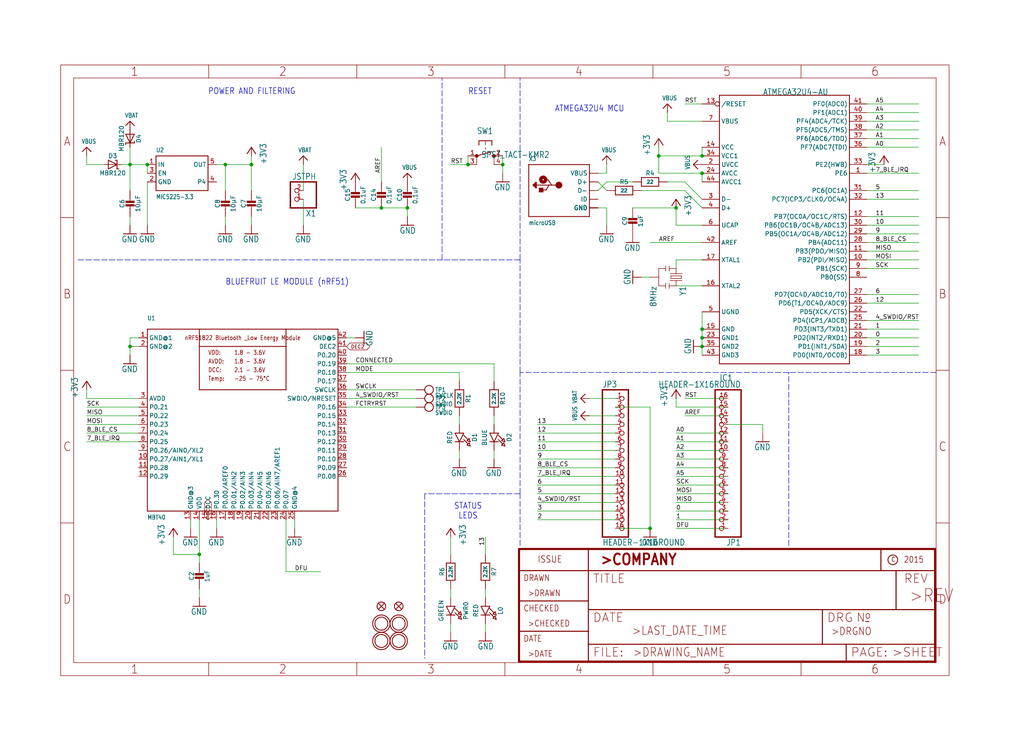
<source format=kicad_sch>
(kicad_sch (version 20211123) (generator eeschema)
  (paper "User" 300.076 217.881)
  (junction (at 205.74 101.6))
  (junction (at 190.5 154.94))
  (junction (at 205.74 45.72))
  (junction (at 119.38 60.96))
  (junction (at 73.66 48.26))
  (junction (at 205.74 96.52))
  (junction (at 205.74 50.8))
  (junction (at 111.76 60.96))
  (junction (at 38.1 48.26))
  (junction (at 43.18 48.26))
  (junction (at 38.1 101.6))
  (junction (at 198.12 60.96))
  (junction (at 137.16 48.26))
  (junction (at 147.32 48.26))
  (junction (at 205.74 99.06))
  (junction (at 66.04 48.26))
  (junction (at 58.42 162.56))
  (junction (at 193.04 45.72))
  (wire (pts (xy 25.4 48.26) (xy 30.48 48.26)))
  (wire (pts (xy 254 78.74) (xy 269.24 78.74)))
  (wire (pts (xy 205.74 50.8) (xy 193.04 50.8)))
  (wire (pts (xy 177.8 50.8) (xy 177.8 48.26)))
  (polyline (pts (xy 124.46 144.78) (xy 124.46 193.04)))
  (wire (pts (xy 269.24 99.06) (xy 254 99.06)))
  (wire (pts (xy 134.62 109.22) (xy 134.62 111.76)))
  (polyline (pts (xy 129.54 76.2) (xy 129.54 22.86)))
  (wire (pts (xy 193.04 45.72) (xy 205.74 45.72)))
  (wire (pts (xy 147.32 50.8) (xy 147.32 48.26)))
  (wire (pts (xy 198.12 76.2) (xy 205.74 76.2)))
  (wire (pts (xy 157.48 137.16) (xy 180.34 137.16)))
  (wire (pts (xy 254 40.64) (xy 269.24 40.64)))
  (wire (pts (xy 66.04 63.5) (xy 66.04 66.04)))
  (wire (pts (xy 198.12 139.7) (xy 213.36 139.7)))
  (wire (pts (xy 25.4 116.84) (xy 25.4 114.3)))
  (wire (pts (xy 254 76.2) (xy 269.24 76.2)))
  (wire (pts (xy 58.42 162.56) (xy 50.8 162.56)))
  (wire (pts (xy 205.74 101.6) (xy 205.74 104.14)))
  (wire (pts (xy 180.34 139.7) (xy 157.48 139.7)))
  (wire (pts (xy 73.66 48.26) (xy 73.66 45.72)))
  (wire (pts (xy 144.78 106.68) (xy 144.78 111.76)))
  (wire (pts (xy 175.26 53.34) (xy 177.8 55.88)))
  (wire (pts (xy 205.74 91.44) (xy 205.74 96.52)))
  (wire (pts (xy 111.76 53.34) (xy 111.76 43.18)))
  (wire (pts (xy 157.48 132.08) (xy 180.34 132.08)))
  (wire (pts (xy 213.36 137.16) (xy 198.12 137.16)))
  (wire (pts (xy 25.4 124.46) (xy 40.64 124.46)))
  (wire (pts (xy 205.74 99.06) (xy 205.74 101.6)))
  (polyline (pts (xy 152.4 144.78) (xy 124.46 144.78)))
  (wire (pts (xy 86.36 152.4) (xy 86.36 154.94)))
  (wire (pts (xy 142.24 172.72) (xy 142.24 175.26)))
  (polyline (pts (xy 152.4 160.02) (xy 152.4 144.78)))
  (wire (pts (xy 58.42 172.72) (xy 58.42 175.26)))
  (wire (pts (xy 180.34 134.62) (xy 157.48 134.62)))
  (wire (pts (xy 198.12 83.82) (xy 205.74 83.82)))
  (polyline (pts (xy 231.14 109.22) (xy 152.4 109.22)))
  (wire (pts (xy 205.74 66.04) (xy 198.12 66.04)))
  (wire (pts (xy 205.74 53.34) (xy 205.74 50.8)))
  (wire (pts (xy 83.82 152.4) (xy 83.82 167.64)))
  (wire (pts (xy 190.5 71.12) (xy 205.74 71.12)))
  (wire (pts (xy 25.4 45.72) (xy 25.4 48.26)))
  (wire (pts (xy 213.36 124.46) (xy 223.52 124.46)))
  (wire (pts (xy 88.9 66.04) (xy 88.9 58.42)))
  (wire (pts (xy 180.34 124.46) (xy 157.48 124.46)))
  (wire (pts (xy 254 88.9) (xy 269.24 88.9)))
  (wire (pts (xy 198.12 129.54) (xy 213.36 129.54)))
  (wire (pts (xy 254 43.18) (xy 269.24 43.18)))
  (wire (pts (xy 254 55.88) (xy 269.24 55.88)))
  (wire (pts (xy 43.18 53.34) (xy 43.18 66.04)))
  (wire (pts (xy 101.6 99.06) (xy 104.14 99.06)))
  (wire (pts (xy 198.12 60.96) (xy 185.42 60.96)))
  (wire (pts (xy 35.56 48.26) (xy 38.1 48.26)))
  (wire (pts (xy 193.04 50.8) (xy 193.04 45.72)))
  (wire (pts (xy 63.5 152.4) (xy 63.5 154.94)))
  (wire (pts (xy 180.34 144.78) (xy 157.48 144.78)))
  (polyline (pts (xy 152.4 144.78) (xy 152.4 109.22)))
  (wire (pts (xy 198.12 134.62) (xy 213.36 134.62)))
  (wire (pts (xy 198.12 119.38) (xy 213.36 119.38)))
  (wire (pts (xy 40.64 101.6) (xy 38.1 101.6)))
  (wire (pts (xy 40.64 99.06) (xy 38.1 99.06)))
  (wire (pts (xy 43.18 48.26) (xy 38.1 48.26)))
  (wire (pts (xy 200.66 121.92) (xy 213.36 121.92)))
  (wire (pts (xy 132.08 157.48) (xy 132.08 162.56)))
  (wire (pts (xy 157.48 142.24) (xy 180.34 142.24)))
  (wire (pts (xy 147.32 45.72) (xy 147.32 48.26)))
  (wire (pts (xy 134.62 121.92) (xy 134.62 124.46)))
  (wire (pts (xy 254 68.58) (xy 269.24 68.58)))
  (wire (pts (xy 177.8 53.34) (xy 185.42 53.34)))
  (wire (pts (xy 254 33.02) (xy 269.24 33.02)))
  (wire (pts (xy 101.6 119.38) (xy 121.92 119.38)))
  (wire (pts (xy 175.26 60.96) (xy 177.8 60.96)))
  (wire (pts (xy 177.8 60.96) (xy 177.8 66.04)))
  (wire (pts (xy 195.58 35.56) (xy 195.58 33.02)))
  (wire (pts (xy 213.36 127) (xy 198.12 127)))
  (wire (pts (xy 213.36 142.24) (xy 198.12 142.24)))
  (wire (pts (xy 157.48 147.32) (xy 180.34 147.32)))
  (wire (pts (xy 172.72 116.84) (xy 180.34 116.84)))
  (wire (pts (xy 180.34 129.54) (xy 157.48 129.54)))
  (wire (pts (xy 101.6 106.68) (xy 144.78 106.68)))
  (wire (pts (xy 254 63.5) (xy 269.24 63.5)))
  (wire (pts (xy 119.38 60.96) (xy 119.38 63.5)))
  (wire (pts (xy 172.72 121.92) (xy 180.34 121.92)))
  (wire (pts (xy 58.42 152.4) (xy 58.42 162.56)))
  (wire (pts (xy 142.24 182.88) (xy 142.24 185.42)))
  (wire (pts (xy 132.08 172.72) (xy 132.08 175.26)))
  (wire (pts (xy 38.1 43.18) (xy 38.1 48.26)))
  (wire (pts (xy 63.5 48.26) (xy 66.04 48.26)))
  (wire (pts (xy 43.18 48.26) (xy 43.18 50.8)))
  (wire (pts (xy 205.74 30.48) (xy 200.66 30.48)))
  (wire (pts (xy 200.66 55.88) (xy 205.74 60.96)))
  (wire (pts (xy 134.62 132.08) (xy 134.62 134.62)))
  (wire (pts (xy 213.36 116.84) (xy 200.66 116.84)))
  (wire (pts (xy 254 66.04) (xy 269.24 66.04)))
  (wire (pts (xy 38.1 101.6) (xy 38.1 104.14)))
  (wire (pts (xy 180.34 149.86) (xy 157.48 149.86)))
  (wire (pts (xy 187.96 81.28) (xy 190.5 81.28)))
  (wire (pts (xy 254 73.66) (xy 269.24 73.66)))
  (wire (pts (xy 190.5 154.94) (xy 180.34 154.94)))
  (wire (pts (xy 213.36 154.94) (xy 198.12 154.94)))
  (wire (pts (xy 190.5 119.38) (xy 190.5 154.94)))
  (wire (pts (xy 132.08 185.42) (xy 132.08 182.88)))
  (wire (pts (xy 101.6 109.22) (xy 134.62 109.22)))
  (wire (pts (xy 254 71.12) (xy 269.24 71.12)))
  (wire (pts (xy 25.4 129.54) (xy 40.64 129.54)))
  (wire (pts (xy 213.36 149.86) (xy 198.12 149.86)))
  (wire (pts (xy 254 104.14) (xy 269.24 104.14)))
  (wire (pts (xy 213.36 132.08) (xy 198.12 132.08)))
  (wire (pts (xy 50.8 162.56) (xy 50.8 157.48)))
  (wire (pts (xy 38.1 63.5) (xy 38.1 66.04)))
  (wire (pts (xy 180.34 119.38) (xy 190.5 119.38)))
  (polyline (pts (xy 22.86 76.2) (xy 129.54 76.2)))
  (wire (pts (xy 25.4 127) (xy 40.64 127)))
  (wire (pts (xy 198.12 116.84) (xy 198.12 119.38)))
  (wire (pts (xy 66.04 55.88) (xy 66.04 48.26)))
  (wire (pts (xy 187.96 55.88) (xy 200.66 55.88)))
  (wire (pts (xy 58.42 162.56) (xy 58.42 165.1)))
  (wire (pts (xy 213.36 144.78) (xy 198.12 144.78)))
  (wire (pts (xy 101.6 116.84) (xy 121.92 116.84)))
  (wire (pts (xy 137.16 48.26) (xy 137.16 45.72)))
  (wire (pts (xy 83.82 167.64) (xy 93.98 167.64)))
  (wire (pts (xy 175.26 55.88) (xy 177.8 53.34)))
  (wire (pts (xy 254 58.42) (xy 269.24 58.42)))
  (wire (pts (xy 254 93.98) (xy 269.24 93.98)))
  (wire (pts (xy 198.12 147.32) (xy 213.36 147.32)))
  (polyline (pts (xy 152.4 76.2) (xy 152.4 22.86)))
  (wire (pts (xy 223.52 124.46) (xy 223.52 127)))
  (wire (pts (xy 195.58 53.34) (xy 200.66 53.34)))
  (wire (pts (xy 205.74 96.52) (xy 205.74 99.06)))
  (wire (pts (xy 254 50.8) (xy 269.24 50.8)))
  (polyline (pts (xy 231.14 160.02) (xy 231.14 109.22)))
  (wire (pts (xy 132.08 48.26) (xy 137.16 48.26)))
  (wire (pts (xy 144.78 121.92) (xy 144.78 124.46)))
  (wire (pts (xy 198.12 66.04) (xy 198.12 60.96)))
  (wire (pts (xy 111.76 60.96) (xy 104.14 60.96)))
  (wire (pts (xy 193.04 45.72) (xy 193.04 43.18)))
  (wire (pts (xy 175.26 50.8) (xy 177.8 50.8)))
  (wire (pts (xy 254 35.56) (xy 269.24 35.56)))
  (wire (pts (xy 73.66 48.26) (xy 73.66 55.88)))
  (wire (pts (xy 25.4 121.92) (xy 40.64 121.92)))
  (wire (pts (xy 157.48 152.4) (xy 180.34 152.4)))
  (wire (pts (xy 40.64 116.84) (xy 25.4 116.84)))
  (wire (pts (xy 144.78 132.08) (xy 144.78 134.62)))
  (wire (pts (xy 205.74 35.56) (xy 195.58 35.56)))
  (wire (pts (xy 205.74 45.72) (xy 205.74 43.18)))
  (wire (pts (xy 101.6 114.3) (xy 121.92 114.3)))
  (wire (pts (xy 198.12 76.2) (xy 198.12 78.74)))
  (wire (pts (xy 55.88 152.4) (xy 55.88 154.94)))
  (wire (pts (xy 200.66 53.34) (xy 205.74 58.42)))
  (polyline (pts (xy 152.4 109.22) (xy 152.4 76.2)))
  (wire (pts (xy 254 101.6) (xy 269.24 101.6)))
  (wire (pts (xy 25.4 119.38) (xy 40.64 119.38)))
  (wire (pts (xy 38.1 48.26) (xy 38.1 55.88)))
  (wire (pts (xy 254 86.36) (xy 269.24 86.36)))
  (polyline (pts (xy 152.4 76.2) (xy 129.54 76.2)))
  (wire (pts (xy 198.12 152.4) (xy 213.36 152.4)))
  (wire (pts (xy 88.9 48.26) (xy 88.9 55.88)))
  (wire (pts (xy 73.66 63.5) (xy 73.66 66.04)))
  (wire (pts (xy 119.38 60.96) (xy 111.76 60.96)))
  (wire (pts (xy 38.1 99.06) (xy 38.1 101.6)))
  (wire (pts (xy 254 96.52) (xy 269.24 96.52)))
  (wire (pts (xy 157.48 127) (xy 180.34 127)))
  (wire (pts (xy 254 38.1) (xy 269.24 38.1)))
  (wire (pts (xy 66.04 48.26) (xy 73.66 48.26)))
  (wire (pts (xy 254 30.48) (xy 269.24 30.48)))
  (polyline (pts (xy 274.32 109.22) (xy 231.14 109.22)))
  (wire (pts (xy 142.24 162.56) (xy 142.24 157.48)))
  (wire (pts (xy 254 48.26) (xy 259.08 48.26)))
  (text "ATMEGA32U4 MCU" (at 162.56 33.02 180) (effects (font (size 1.778 1.5113)) (justify left bottom)))
  (text "RESET" (at 137.16 27.94 180) (effects (font (size 1.778 1.5113)) (justify left bottom)))
  (text "STATUS\nLEDS" (at 137.16 152.4 180) (effects (font (size 1.778 1.5113)) (justify bottom)))
  (text "POWER AND FILTERING" (at 60.96 27.94 180) (effects (font (size 1.778 1.5113)) (justify left bottom)))
  (text "BLUEFRUIT LE MODULE (nRF51)" (at 66.04 83.82 180) (effects (font (size 1.778 1.5113)) (justify left bottom)))
  (label "5" (at 256.54 55.88 0) (effects (font (size 1.2446 1.2446))))
  (label "FCTRYRST" (at 104.14 119.38 0) (effects (font (size 1.2446 1.2446))))
  (label "MISO" (at 256.54 73.66 0) (effects (font (size 1.2446 1.2446))))
  (label "7_BLE_IRQ" (at 256.54 50.8 0) (effects (font (size 1.2446 1.2446))))
  (label "8_BLE_CS" (at 157.48 137.16 0) (effects (font (size 1.2446 1.2446))))
  (label "SWCLK" (at 104.14 114.3 0) (effects (font (size 1.2446 1.2446))))
  (label "DFU" (at 198.12 154.94 0) (effects (font (size 1.2446 1.2446))))
  (label "0" (at 198.12 149.86 0) (effects (font (size 1.2446 1.2446))))
  (label "AREF" (at 193.04 71.12 0) (effects (font (size 1.2446 1.2446))))
  (label "4_SWDIO/RST" (at 256.54 93.98 0) (effects (font (size 1.2446 1.2446))))
  (label "1" (at 198.12 152.4 0) (effects (font (size 1.2446 1.2446))))
  (label "13" (at 256.54 58.42 0) (effects (font (size 1.2446 1.2446))))
  (label "13" (at 142.24 157.48 270) (effects (font (size 1.2446 1.2446))))
  (label "5" (at 157.48 144.78 0) (effects (font (size 1.2446 1.2446))))
  (label "12" (at 256.54 88.9 0) (effects (font (size 1.2446 1.2446))))
  (label "AREF" (at 111.76 50.8 90) (effects (font (size 1.2446 1.2446))))
  (label "8_BLE_CS" (at 256.54 71.12 0) (effects (font (size 1.2446 1.2446))))
  (label "A3" (at 198.12 134.62 0) (effects (font (size 1.2446 1.2446))))
  (label "A4" (at 198.12 137.16 0) (effects (font (size 1.2446 1.2446))))
  (label "A2" (at 198.12 132.08 0) (effects (font (size 1.2446 1.2446))))
  (label "MODE" (at 104.14 109.22 0) (effects (font (size 1.2446 1.2446))))
  (label "1" (at 256.54 96.52 0) (effects (font (size 1.2446 1.2446))))
  (label "10" (at 256.54 66.04 0) (effects (font (size 1.2446 1.2446))))
  (label "4_SWDIO/RST" (at 157.48 147.32 0) (effects (font (size 1.2446 1.2446))))
  (label "A5" (at 198.12 139.7 0) (effects (font (size 1.2446 1.2446))))
  (label "MOSI" (at 25.4 124.46 0) (effects (font (size 1.2446 1.2446))))
  (label "A1" (at 198.12 129.54 0) (effects (font (size 1.2446 1.2446))))
  (label "A0" (at 256.54 43.18 0) (effects (font (size 1.2446 1.2446))))
  (label "0" (at 256.54 99.06 0) (effects (font (size 1.2446 1.2446))))
  (label "9" (at 256.54 68.58 0) (effects (font (size 1.2446 1.2446))))
  (label "MOSI" (at 198.12 144.78 0) (effects (font (size 1.2446 1.2446))))
  (label "A1" (at 256.54 40.64 0) (effects (font (size 1.2446 1.2446))))
  (label "A3" (at 256.54 35.56 0) (effects (font (size 1.2446 1.2446))))
  (label "A2" (at 256.54 38.1 0) (effects (font (size 1.2446 1.2446))))
  (label "SCK" (at 25.4 119.38 0) (effects (font (size 1.2446 1.2446))))
  (label "6" (at 256.54 86.36 0) (effects (font (size 1.2446 1.2446))))
  (label "SCK" (at 198.12 142.24 0) (effects (font (size 1.2446 1.2446))))
  (label "9" (at 157.48 134.62 0) (effects (font (size 1.2446 1.2446))))
  (label "12" (at 157.48 127 0) (effects (font (size 1.2446 1.2446))))
  (label "11" (at 157.48 129.54 0) (effects (font (size 1.2446 1.2446))))
  (label "DFU" (at 86.36 167.64 0) (effects (font (size 1.2446 1.2446))))
  (label "RST" (at 132.08 48.26 0) (effects (font (size 1.2446 1.2446))))
  (label "SCK" (at 256.54 78.74 0) (effects (font (size 1.2446 1.2446))))
  (label "10" (at 157.48 132.08 0) (effects (font (size 1.2446 1.2446))))
  (label "6" (at 157.48 142.24 0) (effects (font (size 1.2446 1.2446))))
  (label "3" (at 157.48 149.86 0) (effects (font (size 1.2446 1.2446))))
  (label "3" (at 256.54 104.14 0) (effects (font (size 1.2446 1.2446))))
  (label "4_SWDIO/RST" (at 104.14 116.84 0) (effects (font (size 1.2446 1.2446))))
  (label "8_BLE_CS" (at 25.4 127 0) (effects (font (size 1.2446 1.2446))))
  (label "2" (at 157.48 152.4 0) (effects (font (size 1.2446 1.2446))))
  (label "MISO" (at 198.12 147.32 0) (effects (font (size 1.2446 1.2446))))
  (label "CONNECTED" (at 104.14 106.68 0) (effects (font (size 1.2446 1.2446))))
  (label "A0" (at 198.12 127 0) (effects (font (size 1.2446 1.2446))))
  (label "2" (at 256.54 101.6 0) (effects (font (size 1.2446 1.2446))))
  (label "13" (at 157.48 124.46 0) (effects (font (size 1.2446 1.2446))))
  (label "11" (at 256.54 63.5 0) (effects (font (size 1.2446 1.2446))))
  (label "A5" (at 256.54 30.48 0) (effects (font (size 1.2446 1.2446))))
  (label "MOSI" (at 256.54 76.2 0) (effects (font (size 1.2446 1.2446))))
  (label "RST" (at 200.66 116.84 0) (effects (font (size 1.2446 1.2446))))
  (label "AREF" (at 200.66 121.92 0) (effects (font (size 1.2446 1.2446))))
  (label "7_BLE_IRQ" (at 25.4 129.54 0) (effects (font (size 1.2446 1.2446))))
  (label "RST" (at 200.66 30.48 0) (effects (font (size 1.2446 1.2446))))
  (label "A4" (at 256.54 33.02 0) (effects (font (size 1.2446 1.2446))))
  (label "MISO" (at 25.4 121.92 0) (effects (font (size 1.2446 1.2446))))
  (label "7_BLE_IRQ" (at 157.48 139.7 0) (effects (font (size 1.2446 1.2446))))
  (global_label "DEC2" (shape bidirectional) (at 101.6 101.6 0) (effects (font (size 1.016 1.016))) (property "Intersheet References" "${INTERSHEET_REFS}" (effects hide)))
  (global_label "DCC" (shape bidirectional) (at 60.96 152.4 90) (effects (font (size 1.016 1.016))) (property "Intersheet References" "${INTERSHEET_REFS}" (effects hide)))
  (symbol (lib_id "eagleSchem-eagle-import:CAP_CERAMIC0805-NOOUTLINE") (at 66.04 60.96 0) (unit 1)
    (property "Reference" "C8" (at 63.75 59.71 90))
    (property "Value" "10µF" (at 68.34 59.71 90))
    (property "Footprint" "eagleSchem:0805-NO" (effects hide))
  )
  (symbol (lib_id "eagleSchem-eagle-import:LED0805_NOOUTLINE") (at 142.24 180.34 270) (unit 1)
    (property "Reference" "L0" (at 146.685 179.07 0))
    (property "Value" "RED" (at 139.446 179.07 0))
    (property "Footprint" "eagleSchem:CHIPLED_0805_NOOUTLINE" (effects hide))
  )
  (symbol (lib_id "eagleSchem-eagle-import:GND") (at 38.1 68.58 0) (unit 1)
    (property "Reference" "#U$27" (effects hide))
    (property "Value" "GND" (at 35.56 71.12 0) (effects (font (size 1.778 1.5113)) (justify left bottom)))
    (property "Footprint" "eagleSchem:" (effects hide))
  )
  (symbol (lib_id "eagleSchem-eagle-import:FRAME_A4") (at 17.78 198.12 0) (unit 1)
    (property "Reference" "#FRAME1" (effects hide))
    (property "Value" "FRAME_A4" (effects hide))
    (property "Footprint" "eagleSchem:" (effects hide))
  )
  (symbol (lib_id "eagleSchem-eagle-import:CAP_CERAMIC0805-NOOUTLINE") (at 111.76 58.42 0) (unit 1)
    (property "Reference" "C14" (at 109.47 57.17 90))
    (property "Value" "0.1uF" (at 114.06 57.17 90))
    (property "Footprint" "eagleSchem:0805-NO" (effects hide))
  )
  (symbol (lib_id "eagleSchem-eagle-import:MOUNTINGHOLE2.5") (at 116.84 187.96 0) (unit 1)
    (property "Reference" "U$24" (effects hide))
    (property "Value" "MOUNTINGHOLE2.5" (effects hide))
    (property "Footprint" "eagleSchem:MOUNTINGHOLE_2.5_PLATED" (effects hide))
    (property "Value" "MOUNTINGHOLE2.5" (effects hide))
  )
  (symbol (lib_id "eagleSchem-eagle-import:GND") (at 147.32 53.34 0) (unit 1)
    (property "Reference" "#GND7" (effects hide))
    (property "Value" "GND" (at 144.78 55.88 0) (effects (font (size 1.778 1.5113)) (justify left bottom)))
    (property "Footprint" "eagleSchem:" (effects hide))
  )
  (symbol (lib_id "eagleSchem-eagle-import:FIDUCIAL{dblquote}{dblquote}") (at 111.76 177.8 0) (unit 1)
    (property "Reference" "U$35" (effects hide))
    (property "Value" "FIDUCIAL{dblquote}{dblquote}" (effects hide))
    (property "Footprint" "eagleSchem:FIDUCIAL_1MM" (effects hide))
  )
  (symbol (lib_id "eagleSchem-eagle-import:GND") (at 73.66 68.58 0) (unit 1)
    (property "Reference" "#U$28" (effects hide))
    (property "Value" "GND" (at 71.12 71.12 0) (effects (font (size 1.778 1.5113)) (justify left bottom)))
    (property "Footprint" "eagleSchem:" (effects hide))
  )
  (symbol (lib_id "eagleSchem-eagle-import:MOUNTINGHOLE2.5") (at 111.76 182.88 0) (unit 1)
    (property "Reference" "U$31" (effects hide))
    (property "Value" "MOUNTINGHOLE2.5" (effects hide))
    (property "Footprint" "eagleSchem:MOUNTINGHOLE_2.5_PLATED" (effects hide))
  )
  (symbol (lib_id "eagleSchem-eagle-import:CAP_CERAMIC_0805MP") (at 38.1 60.96 0) (unit 1)
    (property "Reference" "C6" (at 35.81 59.71 90))
    (property "Value" "10µF" (at 40.4 59.71 90))
    (property "Footprint" "eagleSchem:_0805MP" (effects hide))
  )
  (symbol (lib_id "eagleSchem-eagle-import:GND") (at 223.52 129.54 0) (unit 1)
    (property "Reference" "#GND4" (effects hide))
    (property "Value" "GND" (at 220.98 132.08 0) (effects (font (size 1.778 1.5113)) (justify left bottom)))
    (property "Footprint" "eagleSchem:" (effects hide))
  )
  (symbol (lib_id "eagleSchem-eagle-import:DIODE-SCHOTTKYSOD-123") (at 38.1 40.64 270) (unit 1)
    (property "Reference" "D4" (at 40.64 40.64 0))
    (property "Value" "MBR120" (at 35.6 40.64 0))
    (property "Footprint" "eagleSchem:SOD-123" (effects hide))
  )
  (symbol (lib_id "eagleSchem-eagle-import:HEADER-1X16ROUND") (at 210.82 137.16 180) (unit 1)
    (property "Reference" "JP1" (at 217.17 158.115 0) (effects (font (size 1.778 1.5113)) (justify left bottom)))
    (property "Value" "HEADER-1X16ROUND" (at 217.17 111.76 0) (effects (font (size 1.778 1.5113)) (justify left bottom)))
    (property "Footprint" "eagleSchem:1X16_ROUND" (effects hide))
  )
  (symbol (lib_id "eagleSchem-eagle-import:GND") (at 185.42 81.28 270) (unit 1)
    (property "Reference" "#GND6" (effects hide))
    (property "Value" "GND" (at 182.88 78.74 0) (effects (font (size 1.778 1.5113)) (justify left bottom)))
    (property "Footprint" "eagleSchem:" (effects hide))
  )
  (symbol (lib_id "eagleSchem-eagle-import:GND") (at 177.8 68.58 0) (unit 1)
    (property "Reference" "#GND1" (effects hide))
    (property "Value" "GND" (at 175.26 71.12 0) (effects (font (size 1.778 1.5113)) (justify left bottom)))
    (property "Footprint" "eagleSchem:" (effects hide))
  )
  (symbol (lib_id "eagleSchem-eagle-import:FIDUCIAL{dblquote}{dblquote}") (at 116.84 177.8 0) (unit 1)
    (property "Reference" "U$34" (effects hide))
    (property "Value" "FIDUCIAL{dblquote}{dblquote}" (effects hide))
    (property "Footprint" "eagleSchem:FIDUCIAL_1MM" (effects hide))
  )
  (symbol (lib_id "eagleSchem-eagle-import:GND") (at 142.24 187.96 0) (mirror y) (unit 1)
    (property "Reference" "#GND10" (effects hide))
    (property "Value" "GND" (at 144.78 190.5 0) (effects (font (size 1.778 1.5113)) (justify left bottom)))
    (property "Footprint" "eagleSchem:" (effects hide))
  )
  (symbol (lib_id "eagleSchem-eagle-import:VBAT") (at 88.9 45.72 0) (unit 1)
    (property "Reference" "#U$16" (effects hide))
    (property "Value" "VBAT" (at 87.376 44.704 0) (effects (font (size 1.27 1.0795)) (justify left bottom)))
    (property "Footprint" "eagleSchem:" (effects hide))
  )
  (symbol (lib_id "eagleSchem-eagle-import:VBAT") (at 170.18 116.84 90) (unit 1)
    (property "Reference" "#U$20" (effects hide))
    (property "Value" "VBAT" (at 169.164 118.364 0) (effects (font (size 1.27 1.0795)) (justify left bottom)))
    (property "Footprint" "eagleSchem:" (effects hide))
  )
  (symbol (lib_id "eagleSchem-eagle-import:VBUS") (at 25.4 43.18 0) (unit 1)
    (property "Reference" "#U$3" (effects hide))
    (property "Value" "VBUS" (at 23.876 42.164 0) (effects (font (size 1.27 1.0795)) (justify left bottom)))
    (property "Footprint" "eagleSchem:" (effects hide))
  )
  (symbol (lib_id "eagleSchem-eagle-import:DIODE-SCHOTTKYSOD-123") (at 33.02 48.26 0) (unit 1)
    (property "Reference" "D3" (at 33.02 45.72 0))
    (property "Value" "MBR120" (at 33.02 50.76 0))
    (property "Footprint" "eagleSchem:SOD-123" (effects hide))
  )
  (symbol (lib_id "eagleSchem-eagle-import:RESONATORSMD") (at 198.12 81.28 270) (unit 1)
    (property "Reference" "Y1" (at 199.136 83.82 0) (effects (font (size 1.778 1.5113)) (justify left bottom)))
    (property "Value" "8MHz" (at 190.5 83.82 0) (effects (font (size 1.778 1.5113)) (justify left bottom)))
    (property "Footprint" "eagleSchem:RESONATOR-SMD" (effects hide))
  )
  (symbol (lib_id "eagleSchem-eagle-import:MOUNTINGHOLE2.5") (at 116.84 182.88 0) (unit 1)
    (property "Reference" "U$32" (effects hide))
    (property "Value" "MOUNTINGHOLE2.5" (effects hide))
    (property "Footprint" "eagleSchem:MOUNTINGHOLE_2.5_PLATED" (effects hide))
  )
  (symbol (lib_id "eagleSchem-eagle-import:RESISTOR0805_NOOUTLINE") (at 190.5 53.34 0) (unit 1)
    (property "Reference" "R4" (at 190.5 50.8 0))
    (property "Value" "22" (at 190.5 53.34 0) (effects (font (size 1.016 1.016) bold)))
    (property "Footprint" "eagleSchem:0805-NO" (effects hide))
  )
  (symbol (lib_id "eagleSchem-eagle-import:CON_JST_PH_2PIN") (at 86.36 55.88 180) (unit 1)
    (property "Reference" "X1" (at 92.71 61.595 0) (effects (font (size 1.778 1.5113)) (justify left bottom)))
    (property "Value" "JSTPH" (at 92.71 50.8 0) (effects (font (size 1.778 1.5113)) (justify left bottom)))
    (property "Footprint" "eagleSchem:JSTPH2" (effects hide))
  )
  (symbol (lib_id "eagleSchem-eagle-import:GND") (at 119.38 66.04 0) (mirror y) (unit 1)
    (property "Reference" "#GND12" (effects hide))
    (property "Value" "GND" (at 121.92 68.58 0) (effects (font (size 1.778 1.5113)) (justify left bottom)))
    (property "Footprint" "eagleSchem:" (effects hide))
  )
  (symbol (lib_id "eagleSchem-eagle-import:+3V3") (at 50.8 154.94 0) (unit 1)
    (property "Reference" "#+3V3" (effects hide))
    (property "Value" "+3V3" (at 48.26 160.02 90) (effects (font (size 1.778 1.5113)) (justify left bottom)))
    (property "Footprint" "eagleSchem:" (effects hide))
  )
  (symbol (lib_id "eagleSchem-eagle-import:RESISTOR0805_NOOUTLINE") (at 182.88 55.88 0) (unit 1)
    (property "Reference" "R5" (at 182.88 53.34 0))
    (property "Value" "22" (at 182.88 55.88 0) (effects (font (size 1.016 1.016) bold)))
    (property "Footprint" "eagleSchem:0805-NO" (effects hide))
  )
  (symbol (lib_id "eagleSchem-eagle-import:VBUS") (at 203.2 48.26 90) (unit 1)
    (property "Reference" "#U$11" (effects hide))
    (property "Value" "VBUS" (at 202.184 49.784 0) (effects (font (size 1.27 1.0795)) (justify left bottom)))
    (property "Footprint" "eagleSchem:" (effects hide))
  )
  (symbol (lib_id "eagleSchem-eagle-import:CAP_CERAMIC0805-NOOUTLINE") (at 73.66 60.96 0) (unit 1)
    (property "Reference" "C7" (at 71.37 59.71 90))
    (property "Value" "10µF" (at 75.96 59.71 90))
    (property "Footprint" "eagleSchem:0805-NO" (effects hide))
  )
  (symbol (lib_id "eagleSchem-eagle-import:GND") (at 58.42 177.8 0) (unit 1)
    (property "Reference" "#U$18" (effects hide))
    (property "Value" "GND" (at 55.88 180.34 0) (effects (font (size 1.778 1.5113)) (justify left bottom)))
    (property "Footprint" "eagleSchem:" (effects hide))
  )
  (symbol (lib_id "eagleSchem-eagle-import:NRF51822_MODULE_MDBT40") (at 71.12 121.92 0) (unit 1)
    (property "Reference" "U1" (at 43.18 93.98 0) (effects (font (size 1.27 1.0795)) (justify left bottom)))
    (property "Value" "MBT40" (at 43.18 152.4 0) (effects (font (size 1.27 1.0795)) (justify left bottom)))
    (property "Footprint" "eagleSchem:BLE_MODULE_RAYTAC_MDBT40" (effects hide))
  )
  (symbol (lib_id "eagleSchem-eagle-import:+3V3") (at 198.12 58.42 0) (mirror y) (unit 1)
    (property "Reference" "#+3V6" (effects hide))
    (property "Value" "+3V3" (at 200.66 63.5 90) (effects (font (size 1.778 1.5113)) (justify left bottom)))
    (property "Footprint" "eagleSchem:" (effects hide))
  )
  (symbol (lib_id "eagleSchem-eagle-import:VBUS") (at 170.18 121.92 90) (unit 1)
    (property "Reference" "#U$19" (effects hide))
    (property "Value" "VBUS" (at 169.164 123.444 0) (effects (font (size 1.27 1.0795)) (justify left bottom)))
    (property "Footprint" "eagleSchem:" (effects hide))
  )
  (symbol (lib_id "eagleSchem-eagle-import:+3V3") (at 198.12 114.3 0) (unit 1)
    (property "Reference" "#+3V1" (effects hide))
    (property "Value" "+3V3" (at 195.58 119.38 90) (effects (font (size 1.778 1.5113)) (justify left bottom)))
    (property "Footprint" "eagleSchem:" (effects hide))
  )
  (symbol (lib_id "eagleSchem-eagle-import:VBUS") (at 195.58 30.48 0) (unit 1)
    (property "Reference" "#U$8" (effects hide))
    (property "Value" "VBUS" (at 194.056 29.464 0) (effects (font (size 1.27 1.0795)) (justify left bottom)))
    (property "Footprint" "eagleSchem:" (effects hide))
  )
  (symbol (lib_id "eagleSchem-eagle-import:RESISTOR0805_NOOUTLINE") (at 144.78 116.84 270) (unit 1)
    (property "Reference" "R10" (at 147.32 116.84 0))
    (property "Value" "2.2K" (at 144.78 116.84 0) (effects (font (size 1.016 1.016) bold)))
    (property "Footprint" "eagleSchem:0805-NO" (effects hide))
  )
  (symbol (lib_id "eagleSchem-eagle-import:GND") (at 134.62 137.16 0) (unit 1)
    (property "Reference" "#U$2" (effects hide))
    (property "Value" "GND" (at 132.08 139.7 0) (effects (font (size 1.778 1.5113)) (justify left bottom)))
    (property "Footprint" "eagleSchem:" (effects hide))
  )
  (symbol (lib_id "eagleSchem-eagle-import:+3V3") (at 104.14 50.8 0) (unit 1)
    (property "Reference" "#+3V8" (effects hide))
    (property "Value" "+3V3" (at 101.6 55.88 90) (effects (font (size 1.778 1.5113)) (justify left bottom)))
    (property "Footprint" "eagleSchem:" (effects hide))
  )
  (symbol (lib_id "eagleSchem-eagle-import:LED0805_NOOUTLINE") (at 132.08 180.34 270) (unit 1)
    (property "Reference" "PWR0" (at 136.525 179.07 0))
    (property "Value" "GREEN" (at 129.286 179.07 0))
    (property "Footprint" "eagleSchem:CHIPLED_0805_NOOUTLINE" (effects hide))
  )
  (symbol (lib_id "eagleSchem-eagle-import:MOUNTINGHOLE2.5") (at 111.76 187.96 0) (unit 1)
    (property "Reference" "U$6" (effects hide))
    (property "Value" "MOUNTINGHOLE2.5" (effects hide))
    (property "Footprint" "eagleSchem:MOUNTINGHOLE_2.5_PLATED" (effects hide))
  )
  (symbol (lib_id "eagleSchem-eagle-import:GND") (at 185.42 71.12 0) (unit 1)
    (property "Reference" "#GND3" (effects hide))
    (property "Value" "GND" (at 182.88 73.66 0) (effects (font (size 1.778 1.5113)) (justify left bottom)))
    (property "Footprint" "eagleSchem:" (effects hide))
  )
  (symbol (lib_id "eagleSchem-eagle-import:GND") (at 203.2 101.6 270) (unit 1)
    (property "Reference" "#GND2" (effects hide))
    (property "Value" "GND" (at 200.66 99.06 0) (effects (font (size 1.778 1.5113)) (justify left bottom)))
    (property "Footprint" "eagleSchem:" (effects hide))
  )
  (symbol (lib_id "eagleSchem-eagle-import:GND") (at 190.5 157.48 0) (unit 1)
    (property "Reference" "#GND5" (effects hide))
    (property "Value" "GND" (at 187.96 160.02 0) (effects (font (size 1.778 1.5113)) (justify left bottom)))
    (property "Footprint" "eagleSchem:" (effects hide))
  )
  (symbol (lib_id "eagleSchem-eagle-import:TESTPOINT1.5X2.0MM_NOCREAM") (at 121.92 119.38 270) (unit 1)
    (property "Reference" "TP3" (at 127.508 119.38 90) (effects (font (size 1.27 1.0795)) (justify left)))
    (property "Value" "SWDIO" (at 127.508 121.031 90) (effects (font (size 1.27 1.0795)) (justify left)))
    (property "Footprint" "eagleSchem:PAD-1.5X2.0" (effects hide))
  )
  (symbol (lib_id "eagleSchem-eagle-import:VBUS") (at 177.8 45.72 0) (unit 1)
    (property "Reference" "#U$1" (effects hide))
    (property "Value" "VBUS" (at 176.276 44.704 0) (effects (font (size 1.27 1.0795)) (justify left bottom)))
    (property "Footprint" "eagleSchem:" (effects hide))
  )
  (symbol (lib_id "eagleSchem-eagle-import:CAP_CERAMIC0805-NOOUTLINE") (at 58.42 170.18 0) (unit 1)
    (property "Reference" "C2" (at 56.13 168.93 90))
    (property "Value" "1uF" (at 60.72 168.93 90))
    (property "Footprint" "eagleSchem:0805-NO" (effects hide))
  )
  (symbol (lib_id "eagleSchem-eagle-import:CAP_CERAMIC0805_10MGAP") (at 119.38 58.42 0) (unit 1)
    (property "Reference" "C10" (at 117.09 57.17 90))
    (property "Value" "0.1uF" (at 121.68 57.17 90))
    (property "Footprint" "eagleSchem:0805_10MGAP" (effects hide))
  )
  (symbol (lib_id "eagleSchem-eagle-import:GND") (at 66.04 68.58 0) (unit 1)
    (property "Reference" "#U$29" (effects hide))
    (property "Value" "GND" (at 63.5 71.12 0) (effects (font (size 1.778 1.5113)) (justify left bottom)))
    (property "Footprint" "eagleSchem:" (effects hide))
  )
  (symbol (lib_id "eagleSchem-eagle-import:+3V3") (at 193.04 40.64 0) (unit 1)
    (property "Reference" "#+3V5" (effects hide))
    (property "Value" "+3V3" (at 190.5 45.72 90) (effects (font (size 1.778 1.5113)) (justify left bottom)))
    (property "Footprint" "eagleSchem:" (effects hide))
  )
  (symbol (lib_id "eagleSchem-eagle-import:+3V3") (at 73.66 43.18 0) (mirror y) (unit 1)
    (property "Reference" "#+3V4" (effects hide))
    (property "Value" "+3V3" (at 76.2 48.26 90) (effects (font (size 1.778 1.5113)) (justify left bottom)))
    (property "Footprint" "eagleSchem:" (effects hide))
  )
  (symbol (lib_id "eagleSchem-eagle-import:SPST_TACT-KMR2") (at 142.24 45.72 270) (unit 1)
    (property "Reference" "SW1" (at 139.7 39.37 90) (effects (font (size 1.778 1.5113)) (justify left bottom)))
    (property "Value" "SPST_TACT-KMR2" (at 140.97 46.355 90) (effects (font (size 1.778 1.5113)) (justify left bottom)))
    (property "Footprint" "eagleSchem:KMR2" (effects hide))
  )
  (symbol (lib_id "eagleSchem-eagle-import:LED0805_NOOUTLINE") (at 144.78 129.54 270) (unit 1)
    (property "Reference" "D2" (at 149.225 128.27 0))
    (property "Value" "BLUE" (at 141.986 128.27 0))
    (property "Footprint" "eagleSchem:CHIPLED_0805_NOOUTLINE" (effects hide))
  )
  (symbol (lib_id "eagleSchem-eagle-import:GND") (at 88.9 68.58 0) (unit 1)
    (property "Reference" "#U$22" (effects hide))
    (property "Value" "GND" (at 86.36 71.12 0) (effects (font (size 1.778 1.5113)) (justify left bottom)))
    (property "Footprint" "eagleSchem:" (effects hide))
  )
  (symbol (lib_id "eagleSchem-eagle-import:GND") (at 63.5 157.48 0) (unit 1)
    (property "Reference" "#U$17" (effects hide))
    (property "Value" "GND" (at 60.96 160.02 0) (effects (font (size 1.778 1.5113)) (justify left bottom)))
    (property "Footprint" "eagleSchem:" (effects hide))
  )
  (symbol (lib_id "eagleSchem-eagle-import:VBAT") (at 38.1 35.56 0) (unit 1)
    (property "Reference" "#U$21" (effects hide))
    (property "Value" "VBAT" (at 36.576 34.544 0) (effects (font (size 1.27 1.0795)) (justify left bottom)))
    (property "Footprint" "eagleSchem:" (effects hide))
  )
  (symbol (lib_id "eagleSchem-eagle-import:GND") (at 43.18 68.58 0) (unit 1)
    (property "Reference" "#U$30" (effects hide))
    (property "Value" "GND" (at 40.64 71.12 0) (effects (font (size 1.778 1.5113)) (justify left bottom)))
    (property "Footprint" "eagleSchem:" (effects hide))
  )
  (symbol (lib_id "eagleSchem-eagle-import:GND") (at 144.78 137.16 0) (unit 1)
    (property "Reference" "#U$4" (effects hide))
    (property "Value" "GND" (at 142.24 139.7 0) (effects (font (size 1.778 1.5113)) (justify left bottom)))
    (property "Footprint" "eagleSchem:" (effects hide))
  )
  (symbol (lib_id "eagleSchem-eagle-import:ATMEGA32U4-AU") (at 228.6 73.66 0) (unit 1)
    (property "Reference" "IC1" (at 210.82 111.76 0) (effects (font (size 1.778 1.5113)) (justify left bottom)))
    (property "Value" "ATMEGA32U4-AU" (at 223.52 27.94 0) (effects (font (size 1.778 1.5113)) (justify left bottom)))
    (property "Footprint" "eagleSchem:TQFP44" (effects hide))
  )
  (symbol (lib_id "eagleSchem-eagle-import:FRAME_A4") (at 152.4 195.58 0) (unit 2)
    (property "Reference" "#FRAME1" (effects hide))
    (property "Value" "FRAME_A4" (effects hide))
    (property "Footprint" "eagleSchem:" (effects hide))
  )
  (symbol (lib_id "eagleSchem-eagle-import:CAP_CERAMIC0805-NOOUTLINE") (at 185.42 66.04 0) (unit 1)
    (property "Reference" "C9" (at 183.13 64.79 90))
    (property "Value" "1uF" (at 187.72 64.79 90))
    (property "Footprint" "eagleSchem:0805-NO" (effects hide))
  )
  (symbol (lib_id "eagleSchem-eagle-import:GND") (at 106.68 99.06 90) (unit 1)
    (property "Reference" "#U$13" (effects hide))
    (property "Value" "GND" (at 109.22 101.6 0) (effects (font (size 1.778 1.5113)) (justify left bottom)))
    (property "Footprint" "eagleSchem:" (effects hide))
  )
  (symbol (lib_id "eagleSchem-eagle-import:+3V3") (at 132.08 154.94 0) (mirror y) (unit 1)
    (property "Reference" "#+3V10" (effects hide))
    (property "Value" "+3V3" (at 134.62 160.02 90) (effects (font (size 1.778 1.5113)) (justify left bottom)))
    (property "Footprint" "eagleSchem:" (effects hide))
  )
  (symbol (lib_id "eagleSchem-eagle-import:CAP_CERAMIC0805-NOOUTLINE") (at 104.14 58.42 0) (unit 1)
    (property "Reference" "C15" (at 101.85 57.17 90))
    (property "Value" "0.1uF" (at 106.44 57.17 90))
    (property "Footprint" "eagleSchem:0805-NO" (effects hide))
  )
  (symbol (lib_id "eagleSchem-eagle-import:VBUS") (at 119.38 50.8 0) (unit 1)
    (property "Reference" "#U$14" (effects hide))
    (property "Value" "VBUS" (at 117.856 49.784 0) (effects (font (size 1.27 1.0795)) (justify left bottom)))
    (property "Footprint" "eagleSchem:" (effects hide))
  )
  (symbol (lib_id "eagleSchem-eagle-import:GND") (at 132.08 187.96 0) (unit 1)
    (property "Reference" "#GND9" (effects hide))
    (property "Value" "GND" (at 129.54 190.5 0) (effects (font (size 1.778 1.5113)) (justify left bottom)))
    (property "Footprint" "eagleSchem:" (effects hide))
  )
  (symbol (lib_id "eagleSchem-eagle-import:+3V3") (at 25.4 111.76 0) (unit 1)
    (property "Reference" "#+3V2" (effects hide))
    (property "Value" "+3V3" (at 22.86 116.84 90) (effects (font (size 1.778 1.5113)) (justify left bottom)))
    (property "Footprint" "eagleSchem:" (effects hide))
  )
  (symbol (lib_id "eagleSchem-eagle-import:USBMICRO_20329") (at 165.1 55.88 0) (unit 1)
    (property "Reference" "X3" (at 154.94 47.244 0) (effects (font (size 1.27 1.0795)) (justify left bottom)))
    (property "Value" "microUSB" (at 154.94 66.04 0) (effects (font (size 1.27 1.0795)) (justify left bottom)))
    (property "Footprint" "eagleSchem:4UCONN_20329" (effects hide))
  )
  (symbol (lib_id "eagleSchem-eagle-import:HEADER-1X16ROUND") (at 182.88 134.62 0) (unit 1)
    (property "Reference" "JP3" (at 176.53 113.665 0) (effects (font (size 1.778 1.5113)) (justify left bottom)))
    (property "Value" "HEADER-1X16ROUND" (at 176.53 160.02 0) (effects (font (size 1.778 1.5113)) (justify left bottom)))
    (property "Footprint" "eagleSchem:1X16_ROUND" (effects hide))
  )
  (symbol (lib_id "eagleSchem-eagle-import:RESISTOR0805_NOOUTLINE") (at 142.24 167.64 270) (unit 1)
    (property "Reference" "R7" (at 144.78 167.64 0))
    (property "Value" "2.2K" (at 142.24 167.64 0) (effects (font (size 1.016 1.016) bold)))
    (property "Footprint" "eagleSchem:0805-NO" (effects hide))
  )
  (symbol (lib_id "eagleSchem-eagle-import:VREG_SOT23-5") (at 53.34 50.8 0) (unit 1)
    (property "Reference" "U2" (at 45.72 44.704 0) (effects (font (size 1.27 1.0795)) (justify left bottom)))
    (property "Value" "MIC5225-3.3" (at 45.72 58.42 0) (effects (font (size 1.27 1.0795)) (justify left bottom)))
    (property "Footprint" "eagleSchem:SOT23-5" (effects hide))
  )
  (symbol (lib_id "eagleSchem-eagle-import:RESISTOR0805_NOOUTLINE") (at 134.62 116.84 270) (unit 1)
    (property "Reference" "R1" (at 137.16 116.84 0))
    (property "Value" "2.2K" (at 134.62 116.84 0) (effects (font (size 1.016 1.016) bold)))
    (property "Footprint" "eagleSchem:0805-NO" (effects hide))
  )
  (symbol (lib_id "eagleSchem-eagle-import:GND") (at 38.1 106.68 0) (unit 1)
    (property "Reference" "#U$12" (effects hide))
    (property "Value" "GND" (at 35.56 109.22 0) (effects (font (size 1.778 1.5113)) (justify left bottom)))
    (property "Footprint" "eagleSchem:" (effects hide))
  )
  (symbol (lib_id "eagleSchem-eagle-import:LED0805_NOOUTLINE") (at 134.62 129.54 270) (unit 1)
    (property "Reference" "D1" (at 139.065 128.27 0))
    (property "Value" "RED" (at 131.826 128.27 0))
    (property "Footprint" "eagleSchem:CHIPLED_0805_NOOUTLINE" (effects hide))
  )
  (symbol (lib_id "eagleSchem-eagle-import:TESTPOINT1.5X2.0MM_NOCREAM") (at 121.92 116.84 270) (unit 1)
    (property "Reference" "TP2" (at 127.508 116.84 90) (effects (font (size 1.27 1.0795)) (justify left)))
    (property "Value" "SWDIO" (at 127.508 118.491 90) (effects (font (size 1.27 1.0795)) (justify left)))
    (property "Footprint" "eagleSchem:PAD-1.5X2.0" (effects hide))
  )
  (symbol (lib_id "eagleSchem-eagle-import:GND") (at 86.36 157.48 0) (unit 1)
    (property "Reference" "#U$10" (effects hide))
    (property "Value" "GND" (at 83.82 160.02 0) (effects (font (size 1.778 1.5113)) (justify left bottom)))
    (property "Footprint" "eagleSchem:" (effects hide))
  )
  (symbol (lib_id "eagleSchem-eagle-import:GND") (at 55.88 157.48 0) (unit 1)
    (property "Reference" "#U$5" (effects hide))
    (property "Value" "GND" (at 53.34 160.02 0) (effects (font (size 1.778 1.5113)) (justify left bottom)))
    (property "Footprint" "eagleSchem:" (effects hide))
  )
  (symbol (lib_id "eagleSchem-eagle-import:TESTPOINT1.5X2.0MM_NOCREAM") (at 121.92 114.3 270) (unit 1)
    (property "Reference" "TP1" (at 127.508 114.3 90) (effects (font (size 1.27 1.0795)) (justify left)))
    (property "Value" "SWCLK" (at 127.508 115.951 90) (effects (font (size 1.27 1.0795)) (justify left)))
    (property "Footprint" "eagleSchem:PAD-1.5X2.0" (effects hide))
  )
  (symbol (lib_id "eagleSchem-eagle-import:+3V3") (at 259.08 45.72 0) (unit 1)
    (property "Reference" "#+3V7" (effects hide))
    (property "Value" "+3V3" (at 256.54 50.8 90) (effects (font (size 1.778 1.5113)) (justify left bottom)))
    (property "Footprint" "eagleSchem:" (effects hide))
  )
  (symbol (lib_id "eagleSchem-eagle-import:RESISTOR0805_NOOUTLINE") (at 132.08 167.64 90) (unit 1)
    (property "Reference" "R6" (at 129.54 167.64 0))
    (property "Value" "2.2K" (at 132.08 167.64 0) (effects (font (size 1.016 1.016) bold)))
    (property "Footprint" "eagleSchem:0805-NO" (effects hide))
  )
)
</source>
